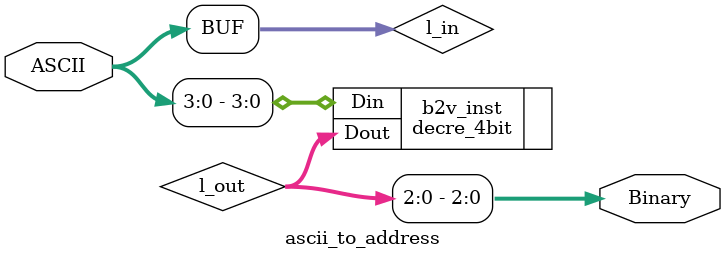
<source format=v>


module ascii_to_address(
	ASCII,
	Binary
);


input wire	[7:0] ASCII;
output wire	[2:0] Binary;

wire	[7:0] l_in;
wire	[3:0] l_out;





decre_4bit	b2v_inst(
	.Din(l_in[3:0]),
	.Dout(l_out));

assign	Binary[2:0] = l_out[2:0];
assign	l_in = ASCII;

endmodule

</source>
